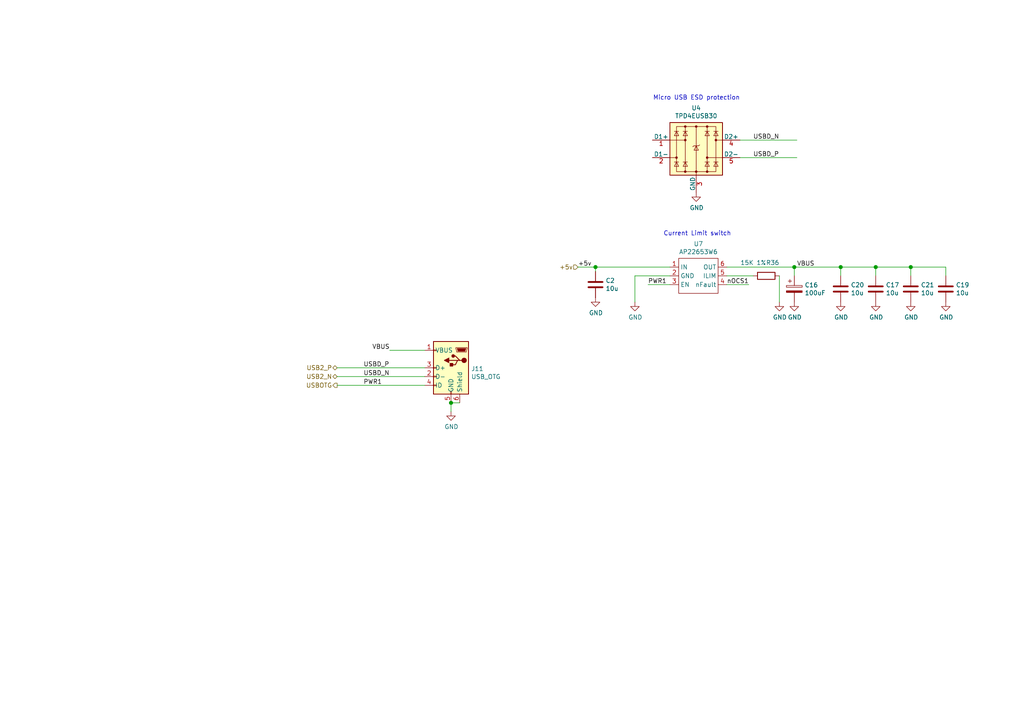
<source format=kicad_sch>
(kicad_sch (version 20231120) (generator "eeschema") (generator_version "8.0")
  (paper "A4")
  (title_block (title "Compute Module 4 IO Board - USB") (rev "1") (company "© 2020-2022 Raspberry Pi Ltd (formerly Raspberry Pi (Trading) Ltd.)") (comment 1 "www.raspberrypi.com"))
  (lib_symbols
    (symbol "CM4IO:AP2553W6"
      (property "Reference" "U" (at 3.81 -6.35 0))
      (property "Value" "AP2553W6" (at -3.81 -6.35 0))
      (symbol "AP2553W6_0_0"
        (pin power_in line (at -8.89 2.54 0) (length 2.54) (name "IN") (number "1"))
        (pin power_out line (at -8.89 0 0) (length 2.54) (name "GND") (number "2"))
        (pin input line (at -8.89 -2.54 0) (length 2.54) (name "EN") (number "3"))
        (pin open_collector line (at 7.62 -2.54 180) (length 2.54) (name "nFault") (number "4"))
        (pin passive line (at 7.62 0 180) (length 2.54) (name "ILIM") (number "5"))
        (pin power_out line (at 7.62 2.54 180) (length 2.54) (name "OUT") (number "6"))
      )
      (symbol "AP2553W6_0_1"
        (rectangle (start -6.35 5.08) (end 5.08 -5.08))
      )
    )
    (symbol "CM4IO:TPD4EUSB30" (pin_names (offset 0))
      (property "Reference" "U" (at -0.635 8.89 0))
      (property "Value" "TPD4EUSB30" (at 8.89 -10.16 0))
      (symbol "TPD4EUSB30_0_0"
        (rectangle (start -5.715 6.477) (end 5.715 -6.604))
        (polyline (pts (xy -3.175 -6.604) (xy -3.175 6.477)))
        (polyline (pts (xy 0 6.477) (xy 0 -6.604)))
        (polyline (pts (xy 3.175 6.477) (xy 3.175 -6.604)))
      )
      (symbol "TPD4EUSB30_0_1"
        (rectangle (start -7.62 7.62) (end 7.62 -7.62) (stroke (width 0.254)) (fill (type background)))
        (circle (center -5.715 -2.54) (radius 0.2794) (fill (type outline)))
        (circle (center -3.175 -6.604) (radius 0.2794) (fill (type outline)))
        (circle (center -3.175 2.54) (radius 0.2794) (fill (type outline)))
        (circle (center -3.175 6.477) (radius 0.2794) (fill (type outline)))
        (circle (center 0 -6.604) (radius 0.2794) (fill (type outline)))
        (polyline (pts (xy -7.747 2.54) (xy -3.175 2.54)))
        (polyline (pts (xy -7.62 -2.54) (xy -5.715 -2.54)))
        (polyline (pts (xy -5.08 -3.81) (xy -6.35 -3.81)))
        (polyline (pts (xy -5.08 5.08) (xy -6.35 5.08)))
        (polyline (pts (xy -2.54 -3.81) (xy -3.81 -3.81)))
        (polyline (pts (xy -2.54 5.08) (xy -3.81 5.08)))
        (polyline (pts (xy -0.635 0.889) (xy -1.016 0.635)))
        (polyline (pts (xy 0 -6.604) (xy 0 -7.62)))
        (polyline (pts (xy 0.635 0.889) (xy -0.635 0.889)))
        (polyline (pts (xy 0.635 0.889) (xy 1.016 1.143)))
        (polyline (pts (xy 3.81 -3.81) (xy 2.54 -3.81)))
        (polyline (pts (xy 3.81 5.08) (xy 2.54 5.08)))
        (polyline (pts (xy 6.35 -3.81) (xy 5.08 -3.81)))
        (polyline (pts (xy 6.35 5.08) (xy 5.08 5.08)))
        (polyline (pts (xy 7.62 -2.54) (xy 3.175 -2.54)))
        (polyline (pts (xy 7.62 2.54) (xy 5.715 2.54)))
        (polyline (pts (xy -5.08 -5.08) (xy -6.35 -5.08) (xy -5.715 -3.81) (xy -5.08 -5.08)))
        (polyline (pts (xy -5.08 3.81) (xy -6.35 3.81) (xy -5.715 5.08) (xy -5.08 3.81)))
        (polyline (pts (xy -2.54 -5.08) (xy -3.81 -5.08) (xy -3.175 -3.81) (xy -2.54 -5.08)))
        (polyline (pts (xy -2.54 3.81) (xy -3.81 3.81) (xy -3.175 5.08) (xy -2.54 3.81)))
        (polyline (pts (xy 0.635 -0.381) (xy -0.635 -0.381) (xy 0 0.889) (xy 0.635 -0.381)))
        (polyline (pts (xy 3.81 -5.08) (xy 2.54 -5.08) (xy 3.175 -3.81) (xy 3.81 -5.08)))
        (polyline (pts (xy 3.81 3.81) (xy 2.54 3.81) (xy 3.175 5.08) (xy 3.81 3.81)))
        (polyline (pts (xy 6.35 -5.08) (xy 5.08 -5.08) (xy 5.715 -3.81) (xy 6.35 -5.08)))
        (polyline (pts (xy 6.35 3.81) (xy 5.08 3.81) (xy 5.715 5.08) (xy 6.35 3.81)))
        (circle (center 0 6.477) (radius 0.2794) (fill (type outline)))
        (circle (center 3.175 -6.604) (radius 0.2794) (fill (type outline)))
        (circle (center 3.175 -2.54) (radius 0.2794) (fill (type outline)))
        (circle (center 3.175 6.477) (radius 0.2794) (fill (type outline)))
        (circle (center 5.715 2.54) (radius 0.2794) (fill (type outline)))
      )
      (symbol "TPD4EUSB30_1_1"
        (pin passive line (at -12.7 2.54 0) (length 5.08) (name "D1+") (number "1"))
        (pin passive line (at -12.7 2.54 0) (length 5.08) hide (name "~") (number "10"))
        (pin passive line (at -12.7 -2.54 0) (length 5.08) (name "D1-") (number "2"))
        (pin power_in line (at 0 -12.7 90) (length 5.08) (name "GND") (number "3"))
        (pin passive line (at 12.7 2.54 180) (length 5.08) (name "D2+") (number "4"))
        (pin passive line (at 12.7 -2.54 180) (length 5.08) (name "D2-") (number "5"))
        (pin passive line (at 12.7 -2.54 180) (length 5.08) hide (name "~") (number "6"))
        (pin passive line (at 12.7 2.54 180) (length 5.08) hide (name "~") (number "7"))
        (pin passive line (at 0 -12.7 90) (length 5.08) hide (name "GND") (number "8"))
        (pin passive line (at -12.7 -2.54 0) (length 5.08) hide (name "~") (number "9"))
      )
    )
    (symbol "Connector:USB_OTG"
      (property "Reference" "J" (at -5.08 11.43 0))
      (property "Value" "USB_OTG" (at -5.08 8.89 0))
      (symbol "USB_OTG_0_1"
        (rectangle (start -5.08 -7.62) (end 5.08 7.62) (stroke (width 0.254)) (fill (type background)))
        (circle (center -3.81 2.159) (radius 0.635) (stroke (width 0.254)) (fill (type outline)))
        (circle (center -0.635 3.429) (radius 0.381) (stroke (width 0.254)) (fill (type outline)))
        (rectangle (start -0.127 -7.62) (end 0.127 -6.858))
        (polyline (pts (xy -1.905 2.159) (xy 0.635 2.159)) (stroke (width 0.254)))
        (polyline (pts (xy -3.175 2.159) (xy -2.54 2.159) (xy -1.27 3.429) (xy -0.635 3.429)) (stroke (width 0.254)))
        (polyline (pts (xy -2.54 2.159) (xy -1.905 2.159) (xy -1.27 0.889) (xy 0 0.889)) (stroke (width 0.254)))
        (polyline (pts (xy 0.635 2.794) (xy 0.635 1.524) (xy 1.905 2.159) (xy 0.635 2.794)) (stroke (width 0.254)) (fill (type outline)))
        (polyline (pts (xy -4.318 5.588) (xy -1.778 5.588) (xy -2.032 4.826) (xy -4.064 4.826) (xy -4.318 5.588)) (fill (type outline)))
        (polyline (pts (xy -4.699 5.842) (xy -4.699 5.588) (xy -4.445 4.826) (xy -4.445 4.572) (xy -1.651 4.572) (xy -1.651 4.826) (xy -1.397 5.588) (xy -1.397 5.842) (xy -4.699 5.842)))
        (rectangle (start 0.254 1.27) (end -0.508 0.508) (stroke (width 0.254)) (fill (type outline)))
        (rectangle (start 5.08 -5.207) (end 4.318 -4.953))
        (rectangle (start 5.08 -2.667) (end 4.318 -2.413))
        (rectangle (start 5.08 -0.127) (end 4.318 0.127))
        (rectangle (start 5.08 4.953) (end 4.318 5.207))
      )
      (symbol "USB_OTG_1_1"
        (pin power_in line (at 7.62 5.08 180) (length 2.54) (name "VBUS") (number "1"))
        (pin passive line (at 7.62 -2.54 180) (length 2.54) (name "D-") (number "2"))
        (pin passive line (at 7.62 0 180) (length 2.54) (name "D+") (number "3"))
        (pin passive line (at 7.62 -5.08 180) (length 2.54) (name "ID") (number "4"))
        (pin power_in line (at 0 -10.16 90) (length 2.54) (name "GND") (number "5"))
        (pin passive line (at -2.54 -10.16 90) (length 2.54) (name "Shield") (number "6"))
      )
    )
    (symbol "Device:C" (pin_numbers hide) (pin_names (offset 0.254))
      (property "Reference" "C" (at 0.635 2.54 0))
      (property "Value" "C" (at 0.635 -2.54 0))
      (symbol "C_0_1"
        (polyline (pts (xy -2.032 -0.762) (xy 2.032 -0.762)) (stroke (width 0.508)))
        (polyline (pts (xy -2.032 0.762) (xy 2.032 0.762)) (stroke (width 0.508)))
      )
      (symbol "C_1_1"
        (pin passive line (at 0 3.81 270) (length 2.794) (name "~") (number "1"))
        (pin passive line (at 0 -3.81 90) (length 2.794) (name "~") (number "2"))
      )
    )
    (symbol "Device:CP" (pin_numbers hide) (pin_names (offset 0.254))
      (property "Reference" "C" (at 0.635 2.54 0))
      (property "Value" "CP" (at 0.635 -2.54 0))
      (symbol "CP_0_1"
        (rectangle (start -2.286 0.508) (end 2.286 1.016))
        (polyline (pts (xy -1.778 2.286) (xy -0.762 2.286)))
        (polyline (pts (xy -1.27 2.794) (xy -1.27 1.778)))
        (rectangle (start 2.286 -0.508) (end -2.286 -1.016) (fill (type outline)))
      )
      (symbol "CP_1_1"
        (pin passive line (at 0 3.81 270) (length 2.794) (name "~") (number "1"))
        (pin passive line (at 0 -3.81 90) (length 2.794) (name "~") (number "2"))
      )
    )
    (symbol "Device:R" (pin_numbers hide) (pin_names (offset 0))
      (property "Reference" "R" (at 2.032 0 90))
      (property "Value" "R" (at 0 0 90))
      (symbol "R_0_1"
        (rectangle (start -1.016 -2.54) (end 1.016 2.54) (stroke (width 0.254)))
      )
      (symbol "R_1_1"
        (pin passive line (at 0 3.81 270) (length 1.27) (name "~") (number "1"))
        (pin passive line (at 0 -3.81 90) (length 1.27) (name "~") (number "2"))
      )
    )
    (symbol "power:GND" (power) (pin_names (offset 0))
      (property "Value" "GND" (at 0 -3.81 0))
      (symbol "GND_0_1"
        (polyline (pts (xy 0 0) (xy 0 -1.27) (xy 1.27 -1.27) (xy 0 -2.54) (xy -1.27 -1.27) (xy 0 -1.27)))
      )
      (symbol "GND_1_1"
        (pin power_in line (at 0 0 270) (length 0) hide (name "GND") (number "1"))
      )
    )
  )
  (junction (at 130.81 116.84) (diameter 1.016))
  (junction (at 172.72 77.47) (diameter 1.016))
  (junction (at 254 77.47) (diameter 1.016))
  (junction (at 230.378 77.47) (diameter 1.016))
  (junction (at 264.16 77.47) (diameter 1.016))
  (junction (at 243.84 77.47) (diameter 1.016))
  (wire (pts (xy 172.72 77.47) (xy 194.31 77.47)))
  (wire (pts (xy 194.31 80.01) (xy 184.15 80.01)))
  (wire (pts (xy 184.15 80.01) (xy 184.15 87.63)))
  (wire (pts (xy 97.79 111.76) (xy 123.19 111.76)))
  (wire (pts (xy 254 77.47) (xy 264.16 77.47)))
  (wire (pts (xy 264.16 77.47) (xy 264.16 80.01)))
  (wire (pts (xy 130.81 116.84) (xy 133.35 116.84)))
  (wire (pts (xy 210.82 77.47) (xy 230.378 77.47)))
  (wire (pts (xy 230.378 77.47) (xy 243.84 77.47)))
  (wire (pts (xy 130.81 119.38) (xy 130.81 116.84)))
  (wire (pts (xy 167.64 77.47) (xy 172.72 77.47)))
  (wire (pts (xy 214.63 40.64) (xy 231.14 40.64)))
  (wire (pts (xy 243.84 77.47) (xy 254 77.47)))
  (wire (pts (xy 97.79 109.22) (xy 123.19 109.22)))
  (wire (pts (xy 214.63 45.72) (xy 231.14 45.72)))
  (wire (pts (xy 254 77.47) (xy 254 80.01)))
  (wire (pts (xy 226.06 80.01) (xy 226.06 87.63)))
  (wire (pts (xy 230.378 77.47) (xy 230.378 80.01)))
  (wire (pts (xy 113.03 101.6) (xy 123.19 101.6)))
  (wire (pts (xy 210.82 82.55) (xy 217.17 82.55)))
  (wire (pts (xy 274.32 80.01) (xy 274.32 77.47)))
  (wire (pts (xy 210.82 80.01) (xy 218.44 80.01)))
  (wire (pts (xy 187.96 82.55) (xy 194.31 82.55)))
  (wire (pts (xy 97.79 106.68) (xy 123.19 106.68)))
  (wire (pts (xy 264.16 77.47) (xy 274.32 77.47)))
  (wire (pts (xy 172.72 78.74) (xy 172.72 77.47)))
  (wire (pts (xy 243.84 80.01) (xy 243.84 77.47)))
  (text "Current Limit switch" (at 212.09 68.58 0) (effects (font (size 1.27 1.27)) (justify right bottom)))
  (text "Micro USB ESD protection" (at 214.63 29.21 0) (effects (font (size 1.27 1.27)) (justify right bottom)))
  (label "nOCS1" (at 210.82 82.55 0))
  (label "USBD_N" (at 218.44 40.64 0))
  (label "VBUS" (at 231.14 77.47 0))
  (label "USBD_P" (at 105.41 106.68 0))
  (label "VBUS" (at 113.03 101.6 180))
  (label "PWR1" (at 105.41 111.76 0))
  (label "USBD_N" (at 105.41 109.22 0))
  (label "+5v" (at 167.64 77.47 0))
  (label "USBD_P" (at 218.44 45.72 0))
  (label "PWR1" (at 187.96 82.55 0))
  (hierarchical_label "USB2_N" (shape bidirectional) (at 97.79 109.22 180))
  (hierarchical_label "USBOTG" (shape output) (at 97.79 111.76 180))
  (hierarchical_label "USB2_P" (shape bidirectional) (at 97.79 106.68 180))
  (hierarchical_label "+5v" (shape input) (at 167.64 77.47 180))
  (symbol (lib_id "Connector:USB_OTG") (at 130.81 106.68 0) (mirror y) (unit 1)
    (property "Reference" "J11" (at 136.652 106.9594 0) (effects (justify right)))
    (property "Value" "USB_OTG" (at 136.652 109.2708 0) (effects (justify right)))
    (property "Footprint" "CM4IO:USB_Micro-B_EDAC_UCON00686" (effects (hide yes)))
    (property "Datasheet" "https://cdn.amphenol-icc.com/media/wysiwyg/files/documentation/datasheet/inputoutput/io_usb_micro.pd" (effects (hide yes)))
    (property "Field4" "Digikey" (effects (hide yes)))
    (property "Field5" "609-4050-2-ND" (effects (hide yes)))
    (property "Field6" "690-005-298-486" (effects (hide yes)))
    (property "Field7" "EDAC" (effects (hide yes)))
    (property "Part Description" "USB - micro B USB 2.0 Receptacle Connector 5 Position Surface Mount, Right Angle; Through Hole" (effects (hide yes)))
    (property "Field8" "UCON00686" (effects (hide yes)))
  )
  (symbol (lib_id "power:GND") (at 172.72 86.36 0) (unit 1)
    (property "Reference" "#PWR017" (effects (hide yes)))
    (property "Value" "GND" (at 172.847 90.7542 0))
  )
  (symbol (lib_id "Device:C") (at 243.84 83.82 0) (unit 1)
    (property "Reference" "C20" (at 246.761 82.6516 0) (effects (justify left)))
    (property "Value" "10u" (at 246.761 84.963 0) (effects (justify left)))
    (property "Footprint" "Capacitor_SMD:C_0805_2012Metric" (effects (hide yes)))
    (property "Datasheet" "https://search.murata.co.jp/Ceramy/image/img/A01X/G101/ENG/GRM21BR71A106KA73-01.pdf" (effects (hide yes)))
    (property "Field5" "490-14381-1-ND" (effects (hide yes)))
    (property "Field4" "Digikey" (effects (hide yes)))
    (property "Field6" "GRM21BR71A106KA73L" (effects (hide yes)))
    (property "Field7" "Murata" (effects (hide yes)))
    (property "Part Description" "	10uF 10% 10V Ceramic Capacitor X7R 0805 (2012 Metric)" (effects (hide yes)))
    (property "Field8" "111893011" (effects (hide yes)))
  )
  (symbol (lib_id "power:GND") (at 243.84 87.63 0) (unit 1)
    (property "Reference" "#PWR021" (effects (hide yes)))
    (property "Value" "GND" (at 243.967 92.0242 0))
  )
  (symbol (lib_id "Device:C") (at 254 83.82 0) (unit 1)
    (property "Reference" "C17" (at 256.921 82.6516 0) (effects (justify left)))
    (property "Value" "10u" (at 256.921 84.963 0) (effects (justify left)))
    (property "Footprint" "Capacitor_SMD:C_0805_2012Metric" (effects (hide yes)))
    (property "Datasheet" "https://search.murata.co.jp/Ceramy/image/img/A01X/G101/ENG/GRM21BR71A106KA73-01.pdf" (effects (hide yes)))
    (property "Field5" "490-14381-1-ND" (effects (hide yes)))
    (property "Field4" "Digikey" (effects (hide yes)))
    (property "Field6" "GRM21BR71A106KA73L" (effects (hide yes)))
    (property "Field7" "Murata" (effects (hide yes)))
    (property "Part Description" "	10uF 10% 10V Ceramic Capacitor X7R 0805 (2012 Metric)" (effects (hide yes)))
    (property "Field8" "111893011" (effects (hide yes)))
  )
  (symbol (lib_id "power:GND") (at 254 87.63 0) (unit 1)
    (property "Reference" "#PWR018" (effects (hide yes)))
    (property "Value" "GND" (at 254.127 92.0242 0))
  )
  (symbol (lib_id "Device:C") (at 264.16 83.82 0) (unit 1)
    (property "Reference" "C21" (at 267.081 82.6516 0) (effects (justify left)))
    (property "Value" "10u" (at 267.081 84.963 0) (effects (justify left)))
    (property "Footprint" "Capacitor_SMD:C_0805_2012Metric" (effects (hide yes)))
    (property "Datasheet" "https://search.murata.co.jp/Ceramy/image/img/A01X/G101/ENG/GRM21BR71A106KA73-01.pdf" (effects (hide yes)))
    (property "Field5" "490-14381-1-ND" (effects (hide yes)))
    (property "Field4" "Digikey" (effects (hide yes)))
    (property "Field6" "GRM21BR71A106KA73L" (effects (hide yes)))
    (property "Field7" "Murata" (effects (hide yes)))
    (property "Part Description" "	10uF 10% 10V Ceramic Capacitor X7R 0805 (2012 Metric)" (effects (hide yes)))
    (property "Field8" "111893011" (effects (hide yes)))
  )
  (symbol (lib_id "Device:C") (at 274.32 83.82 0) (unit 1)
    (property "Reference" "C19" (at 277.241 82.6516 0) (effects (justify left)))
    (property "Value" "10u" (at 277.241 84.963 0) (effects (justify left)))
    (property "Footprint" "Capacitor_SMD:C_0805_2012Metric" (effects (hide yes)))
    (property "Datasheet" "https://search.murata.co.jp/Ceramy/image/img/A01X/G101/ENG/GRM21BR71A106KA73-01.pdf" (effects (hide yes)))
    (property "Field5" "490-14381-1-ND" (effects (hide yes)))
    (property "Field4" "Digikey" (effects (hide yes)))
    (property "Field6" "GRM21BR71A106KA73L" (effects (hide yes)))
    (property "Field7" "Murata" (effects (hide yes)))
    (property "Part Description" "	10uF 10% 10V Ceramic Capacitor X7R 0805 (2012 Metric)" (effects (hide yes)))
    (property "Field8" "111893011" (effects (hide yes)))
  )
  (symbol (lib_id "CM4IO:AP2553W6") (at 203.2 80.01 0) (unit 1)
    (property "Reference" "U7" (at 202.565 70.739 0))
    (property "Value" "AP22653W6" (at 202.565 73.0504 0))
    (property "Footprint" "Package_TO_SOT_SMD:SOT-23-6" (effects (hide yes)))
    (property "Datasheet" "https://www.diodes.com/assets/Datasheets/AP255x.pdf" (effects (hide yes)))
    (property "Field4" "Digikey" (effects (hide yes)))
    (property "Field5" "	31-AP22653W6-7CT-ND" (effects (hide yes)))
    (property "Field6" "AP22653W6" (effects (hide yes)))
    (property "Field7" "Diodes" (effects (hide yes)))
    (property "Part Description" "	Power Switch/Driver 1:1 P-Channel 2.1A SOT-23-6" (effects (hide yes)))
  )
  (symbol (lib_id "power:GND") (at 184.15 87.63 0) (unit 1)
    (property "Reference" "#PWR014" (effects (hide yes)))
    (property "Value" "GND" (at 184.277 92.0242 0))
  )
  (symbol (lib_id "Device:R") (at 222.25 80.01 90) (unit 1)
    (property "Reference" "R36" (at 226.06 76.2 90) (effects (justify left)))
    (property "Value" "15K 1%" (at 222.25 76.2 90) (effects (justify left)))
    (property "Footprint" "Resistor_SMD:R_0402_1005Metric" (effects (hide yes)))
    (property "Datasheet" "https://fscdn.rohm.com/en/products/databook/datasheet/passive/resistor/chip_resistor/mcr-e.pdf" (effects (hide yes)))
    (property "Field4" "Farnell" (effects (hide yes)))
    (property "Field5" "9239375" (effects (hide yes)))
    (property "Field6" "MCR01MZPF1502" (effects (hide yes)))
    (property "Field7" "Rohm" (effects (hide yes)))
    (property "Part Description" "Resistor 15K M1005 1% 63mW" (effects (hide yes)))
    (property "Field8" "120891581" (effects (hide yes)))
  )
  (symbol (lib_id "power:GND") (at 226.06 87.63 0) (unit 1)
    (property "Reference" "#PWR019" (effects (hide yes)))
    (property "Value" "GND" (at 226.187 92.0242 0))
  )
  (symbol (lib_id "power:GND") (at 264.16 87.63 0) (unit 1)
    (property "Reference" "#PWR049" (effects (hide yes)))
    (property "Value" "GND" (at 264.287 92.0242 0))
  )
  (symbol (lib_id "power:GND") (at 274.32 87.63 0) (unit 1)
    (property "Reference" "#PWR050" (effects (hide yes)))
    (property "Value" "GND" (at 274.447 92.0242 0))
  )
  (symbol (lib_id "power:GND") (at 130.81 119.38 0) (unit 1)
    (property "Reference" "#PWR013" (effects (hide yes)))
    (property "Value" "GND" (at 130.937 123.7742 0))
  )
  (symbol (lib_id "power:GND") (at 201.93 55.88 0) (unit 1)
    (property "Reference" "#PWR0123" (effects (hide yes)))
    (property "Value" "GND" (at 202.057 60.2742 0))
  )
  (symbol (lib_id "power:GND") (at 230.378 87.63 0) (unit 1)
    (property "Reference" "#PWR01" (effects (hide yes)))
    (property "Value" "GND" (at 230.505 92.0242 0))
  )
  (symbol (lib_id "Device:C") (at 172.72 82.55 0) (unit 1)
    (property "Reference" "C2" (at 175.641 81.3816 0) (effects (justify left)))
    (property "Value" "10u" (at 175.641 83.693 0) (effects (justify left)))
    (property "Footprint" "Capacitor_SMD:C_0805_2012Metric" (effects (hide yes)))
    (property "Datasheet" "https://search.murata.co.jp/Ceramy/image/img/A01X/G101/ENG/GRM21BR71A106KA73-01.pdf" (effects (hide yes)))
    (property "Field5" "490-14381-1-ND" (effects (hide yes)))
    (property "Field4" "Digikey" (effects (hide yes)))
    (property "Field6" "GRM21BR71A106KA73L" (effects (hide yes)))
    (property "Field7" "Murata" (effects (hide yes)))
    (property "Part Description" "	10uF 10% 10V Ceramic Capacitor X7R 0805 (2012 Metric)" (effects (hide yes)))
    (property "Field8" "111893011" (effects (hide yes)))
  )
  (symbol (lib_id "CM4IO:TPD4EUSB30") (at 201.93 43.18 0) (unit 1)
    (property "Reference" "U4" (at 201.93 31.3182 0))
    (property "Value" "TPD4EUSB30" (at 201.93 33.6296 0))
    (property "Footprint" "Package_SON:USON-10_2.5x1.0mm_P0.5mm" (effects (hide yes)))
    (property "Datasheet" "http://www.ti.com/lit/ds/symlink/tpd2eusb30a.pdf" (effects (hide yes)))
    (property "Field4" "Farnell" (effects (hide yes)))
    (property "Field5" "2335455" (effects (hide yes)))
    (property "Field6" "CDDFN10-3324P-13" (effects (hide yes)))
    (property "Field7" "Bourns" (effects (hide yes)))
    (property "Field8" "UDIO00346" (effects (hide yes)))
    (property "Part Description" "Quad TVS diode for high speed signals (USB3, GigE etc.)" (effects (hide yes)))
  )
  (symbol (lib_id "Device:CP") (at 230.378 83.82 0) (unit 1)
    (property "Reference" "C16" (at 233.3752 82.677 0) (effects (justify left)))
    (property "Value" "100uF" (at 233.3752 84.963 0) (effects (justify left)))
    (property "Footprint" "Capacitor_Tantalum_SMD:CP_EIA-7343-31_Kemet-D" (effects (hide yes)))
    (property "Field4" "Mouser" (effects (hide yes)))
    (property "Field5" "667-EEF-CX0J101R" (effects (hide yes)))
    (property "Part Description" "Capacitor, SP-Cap, 100u, 6.3V, 15mR ESR" (effects (hide yes)))
  )
)
</source>
